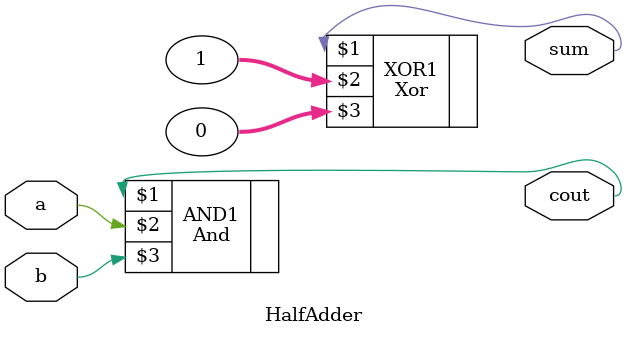
<source format=v>

module	WallaceTree16X16 ( 
							input	[15:0]	pp0, pp1, pp2, pp3, pp4, pp5, 
											pp6, pp7, pp8, pp9, pp10, pp11, 
											pp12, pp13, pp14, pp15, 
							output	[31:0]	opa, opb
	);

//============== First Stage ==================================================

wire	[15: 0]	Fir1_S, Fir1_C;
wire	[15: 0]	Fir2_S, Fir2_C;
wire	[15: 0]	Fir3_S, Fir3_C;
wire	[15: 0]	Fir4_S, Fir4_C;
wire	[15: 0]	Fir5_S, Fir5_C;

HalfAdder	fir1ha0( pp0[1], pp1[0], Fir1_S[0], Fir1_C[0] );
FullAdder	fir1fa1( pp0[2], pp1[1], pp2[0], Fir1_S[1], Fir1_C[1] );
FullAdder	fir1fa2( pp0[3], pp1[2], pp2[1], Fir1_S[2], Fir1_C[2] );
FullAdder	fir1fa3( pp0[4], pp1[3], pp2[2], Fir1_S[3], Fir1_C[3] );
FullAdder	fir1fa4( pp0[5], pp1[4], pp2[3], Fir1_S[4], Fir1_C[4] );
FullAdder	fir1fa5( pp0[6], pp1[5], pp2[4], Fir1_S[5], Fir1_C[5] );
FullAdder	fir1fa6( pp0[7], pp1[6], pp2[5], Fir1_S[6], Fir1_C[6] );
FullAdder	fir1fa7( pp0[8], pp1[7], pp2[6], Fir1_S[7], Fir1_C[7] );
FullAdder	fir1fa8( pp0[9], pp1[8], pp2[7], Fir1_S[8], Fir1_C[8] );
FullAdder	fir1fa9( pp0[10], pp1[9], pp2[8], Fir1_S[9], Fir1_C[9] );
FullAdder	fir1fa10( pp0[11], pp1[10], pp2[9], Fir1_S[10], Fir1_C[10] );
FullAdder	fir1fa11( pp0[12], pp1[11], pp2[10], Fir1_S[11], Fir1_C[11] );
FullAdder	fir1fa12( pp0[13], pp1[12], pp2[11], Fir1_S[12], Fir1_C[12] );
FullAdder	fir1fa13( pp0[14], pp1[13], pp2[12], Fir1_S[13], Fir1_C[13] );
FullAdder	fir1fa14( pp0[15], pp1[14], pp2[13], Fir1_S[14], Fir1_C[14] );
HalfAdder	fir1ha15( pp1[15], pp2[14], Fir1_S[15], Fir1_C[15] );

HalfAdder	fir2ha0( pp3[1], pp4[0], Fir2_S[0], Fir2_C[0] );
FullAdder	fir2fa1( pp3[2], pp4[1], pp5[0], Fir2_S[1], Fir2_C[1] );
FullAdder	fir2fa2( pp3[3], pp4[2], pp5[1], Fir2_S[2], Fir2_C[2] );
FullAdder	fir2fa3( pp3[4], pp4[3], pp5[2], Fir2_S[3], Fir2_C[3] );
FullAdder	fir2fa4( pp3[5], pp4[4], pp5[3], Fir2_S[4], Fir2_C[4] );
FullAdder	fir2fa5( pp3[6], pp4[5], pp5[4], Fir2_S[5], Fir2_C[5] );
FullAdder	fir2fa6( pp3[7], pp4[6], pp5[5], Fir2_S[6], Fir2_C[6] );
FullAdder	fir2fa7( pp3[8], pp4[7], pp5[6], Fir2_S[7], Fir2_C[7] );
FullAdder	fir2fa8( pp3[9], pp4[8], pp5[7], Fir2_S[8], Fir2_C[8] );
FullAdder	fir2fa9( pp3[10], pp4[9], pp5[8], Fir2_S[9], Fir2_C[9] );
FullAdder	fir2fa10( pp3[11], pp4[10], pp5[9], Fir2_S[10], Fir2_C[10] );
FullAdder	fir2fa11( pp3[12], pp4[11], pp5[10], Fir2_S[11], Fir2_C[11] );
FullAdder	fir2fa12( pp3[13], pp4[12], pp5[11], Fir2_S[12], Fir2_C[12] );
FullAdder	fir2fa13( pp3[14], pp4[13], pp5[12], Fir2_S[13], Fir2_C[13] );
FullAdder	fir2fa14( pp3[15], pp4[14], pp5[13], Fir2_S[14], Fir2_C[14] );
HalfAdder	fir2ha15( pp4[15], pp5[14], Fir2_S[15], Fir2_C[15] );

HalfAdder	fir3ha0( pp6[1], pp7[0], Fir3_S[0], Fir3_C[0] );
FullAdder	fir3fa1( pp6[2], pp7[1], pp8[0], Fir3_S[1], Fir3_C[1] );
FullAdder	fir3fa2( pp6[3], pp7[2], pp8[1], Fir3_S[2], Fir3_C[2] );
FullAdder	fir3fa3( pp6[4], pp7[3], pp8[2], Fir3_S[3], Fir3_C[3] );
FullAdder	fir3fa4( pp6[5], pp7[4], pp8[3], Fir3_S[4], Fir3_C[4] );
FullAdder	fir3fa5( pp6[6], pp7[5], pp8[4], Fir3_S[5], Fir3_C[5] );
FullAdder	fir3fa6( pp6[7], pp7[6], pp8[5], Fir3_S[6], Fir3_C[6] );
FullAdder	fir3fa7( pp6[8], pp7[7], pp8[6], Fir3_S[7], Fir3_C[7] );
FullAdder	fir3fa8( pp6[9], pp7[8], pp8[7], Fir3_S[8], Fir3_C[8] );
FullAdder	fir3fa9( pp6[10], pp7[9], pp8[8], Fir3_S[9], Fir3_C[9] );
FullAdder	fir3fa10( pp6[11], pp7[10], pp8[9], Fir3_S[10], Fir3_C[10] );
FullAdder	fir3fa11( pp6[12], pp7[11], pp8[10], Fir3_S[11], Fir3_C[11] );
FullAdder	fir3fa12( pp6[13], pp7[12], pp8[11], Fir3_S[12], Fir3_C[12] );
FullAdder	fir3fa13( pp6[14], pp7[13], pp8[12], Fir3_S[13], Fir3_C[13] );
FullAdder	fir3fa14( pp6[15], pp7[14], pp8[13], Fir3_S[14], Fir3_C[14] );
HalfAdder	fir3ha15( pp7[15], pp8[14], Fir3_S[15], Fir3_C[15] );

HalfAdder	fir4ha0( pp9[1], pp10[0], Fir4_S[0], Fir4_C[0] );
FullAdder	fir4fa1( pp9[2], pp10[1], pp11[0], Fir4_S[1], Fir4_C[1] );
FullAdder	fir4fa2( pp9[3], pp10[2], pp11[1], Fir4_S[2], Fir4_C[2] );
FullAdder	fir4fa3( pp9[4], pp10[3], pp11[2], Fir4_S[3], Fir4_C[3] );
FullAdder	fir4fa4( pp9[5], pp10[4], pp11[3], Fir4_S[4], Fir4_C[4] );
FullAdder	fir4fa5( pp9[6], pp10[5], pp11[4], Fir4_S[5], Fir4_C[5] );
FullAdder	fir4fa6( pp9[7], pp10[6], pp11[5], Fir4_S[6], Fir4_C[6] );
FullAdder	fir4fa7( pp9[8], pp10[7], pp11[6], Fir4_S[7], Fir4_C[7] );
FullAdder	fir4fa8( pp9[9], pp10[8], pp11[7], Fir4_S[8], Fir4_C[8] );
FullAdder	fir4fa9( pp9[10], pp10[9], pp11[8], Fir4_S[9], Fir4_C[9] );
FullAdder	fir4fa10( pp9[11], pp10[10], pp11[9], Fir4_S[10], Fir4_C[10] );
FullAdder	fir4fa11( pp9[12], pp10[11], pp11[10], Fir4_S[11], Fir4_C[11] );
FullAdder	fir4fa12( pp9[13], pp10[12], pp11[11], Fir4_S[12], Fir4_C[12] );
FullAdder	fir4fa13( pp9[14], pp10[13], pp11[12], Fir4_S[13], Fir4_C[13] );
FullAdder	fir4fa14( pp9[15], pp10[14], pp11[13], Fir4_S[14], Fir4_C[14] );
HalfAdder	fir4ha15( pp10[15], pp11[14], Fir4_S[15], Fir4_C[15] );

HalfAdder	fir5ha0( pp12[1], pp13[0], Fir5_S[0], Fir5_C[0] );
FullAdder	fir5fa1( pp12[2], pp13[1], pp14[0], Fir5_S[1], Fir5_C[1] );
FullAdder	fir5fa2( pp12[3], pp13[2], pp14[1], Fir5_S[2], Fir5_C[2] );
FullAdder	fir5fa3( pp12[4], pp13[3], pp14[2], Fir5_S[3], Fir5_C[3] );
FullAdder	fir5fa4( pp12[5], pp13[4], pp14[3], Fir5_S[4], Fir5_C[4] );
FullAdder	fir5fa5( pp12[6], pp13[5], pp14[4], Fir5_S[5], Fir5_C[5] );
FullAdder	fir5fa6( pp12[7], pp13[6], pp14[5], Fir5_S[6], Fir5_C[6] );
FullAdder	fir5fa7( pp12[8], pp13[7], pp14[6], Fir5_S[7], Fir5_C[7] );
FullAdder	fir5fa8( pp12[9], pp13[8], pp14[7], Fir5_S[8], Fir5_C[8] );
FullAdder	fir5fa9( pp12[10], pp13[9], pp14[8], Fir5_S[9], Fir5_C[9] );
FullAdder	fir5fa10( pp12[11], pp13[10], pp14[9], Fir5_S[10], Fir5_C[10] );
FullAdder	fir5fa11( pp12[12], pp13[11], pp14[10], Fir5_S[11], Fir5_C[11] );
FullAdder	fir5fa12( pp12[13], pp13[12], pp14[11], Fir5_S[12], Fir5_C[12] );
FullAdder	fir5fa13( pp12[14], pp13[13], pp14[12], Fir5_S[13], Fir5_C[13] );
FullAdder	fir5fa14( pp12[15], pp13[14], pp14[13], Fir5_S[14], Fir5_C[14] );
HalfAdder	fir5ha15( pp13[15], pp14[14], Fir5_S[15], Fir5_C[15] );

//============== Second Stage =================================================

wire	[15: 0]	Sec1_S, Sec1_C;
wire	[17: 0]	Sec2_S, Sec2_C;
wire	[15: 0]	Sec3_S, Sec3_C;

HalfAdder	sec1ha0( Fir1_S[1], Fir1_C[0], Sec1_S[0], Sec1_C[0] );
FullAdder	sec1fa1( Fir1_S[2], Fir1_C[1], pp3[0], Sec1_S[1], Sec1_C[1] );
FullAdder	sec1fa2( Fir1_S[3], Fir1_C[2], Fir2_S[0], Sec1_S[2], Sec1_C[2] );
FullAdder	sec1fa3( Fir1_S[4], Fir1_C[3], Fir2_S[1], Sec1_S[3], Sec1_C[3] );
FullAdder	sec1fa4( Fir1_S[5], Fir1_C[4], Fir2_S[2], Sec1_S[4], Sec1_C[4] );
FullAdder	sec1fa5( Fir1_S[6], Fir1_C[5], Fir2_S[3], Sec1_S[5], Sec1_C[5] );
FullAdder	sec1fa6( Fir1_S[7], Fir1_C[6], Fir2_S[4], Sec1_S[6], Sec1_C[6] );
FullAdder	sec1fa7( Fir1_S[8], Fir1_C[7], Fir2_S[5], Sec1_S[7], Sec1_C[7] );
FullAdder	sec1fa8( Fir1_S[9], Fir1_C[8], Fir2_S[6], Sec1_S[8], Sec1_C[8] );
FullAdder	sec1fa9( Fir1_S[10], Fir1_C[9], Fir2_S[7], Sec1_S[9], Sec1_C[9] );
FullAdder	sec1fa10( Fir1_S[11], Fir1_C[10], Fir2_S[8], Sec1_S[10], Sec1_C[10] );
FullAdder	sec1fa11( Fir1_S[12], Fir1_C[11], Fir2_S[9], Sec1_S[11], Sec1_C[11] );
FullAdder	sec1fa12( Fir1_S[13], Fir1_C[12], Fir2_S[10], Sec1_S[12], Sec1_C[12] );
FullAdder	sec1fa13( Fir1_S[14], Fir1_C[13], Fir2_S[11], Sec1_S[13], Sec1_C[13] );
FullAdder	sec1fa14( Fir1_S[15], Fir1_C[14], Fir2_S[12], Sec1_S[14], Sec1_C[14] );
FullAdder	sec1fa15( pp2[15], Fir1_C[15], Fir2_S[13], Sec1_S[15], Sec1_C[15] );

HalfAdder	sec2ha0( Fir2_C[1], pp6[0], Sec2_S[0], Sec2_C[0] );
HalfAdder	sec2ha1( Fir2_C[2], Fir3_S[0], Sec2_S[1], Sec2_C[1] );
FullAdder	sec2fa2( Fir2_C[3], Fir3_S[1], Fir3_C[0], Sec2_S[2], Sec2_C[2] );
FullAdder	sec2fa3( Fir2_C[4], Fir3_S[2], Fir3_C[1], Sec2_S[3], Sec2_C[3] );
FullAdder	sec2fa4( Fir2_C[5], Fir3_S[3], Fir3_C[2], Sec2_S[4], Sec2_C[4] );
FullAdder	sec2fa5( Fir2_C[6], Fir3_S[4], Fir3_C[3], Sec2_S[5], Sec2_C[5] );
FullAdder	sec2fa6( Fir2_C[7], Fir3_S[5], Fir3_C[4], Sec2_S[6], Sec2_C[6] );
FullAdder	sec2fa7( Fir2_C[8], Fir3_S[6], Fir3_C[5], Sec2_S[7], Sec2_C[7] );
FullAdder	sec2fa8( Fir2_C[9], Fir3_S[7], Fir3_C[6], Sec2_S[8], Sec2_C[8] );
FullAdder	sec2fa9( Fir2_C[10], Fir3_S[8], Fir3_C[7], Sec2_S[9], Sec2_C[9] );
FullAdder	sec2fa10( Fir2_C[11], Fir3_S[9], Fir3_C[8], Sec2_S[10], Sec2_C[10] );
FullAdder	sec2fa11( Fir2_C[12], Fir3_S[10], Fir3_C[9], Sec2_S[11], Sec2_C[11] );
FullAdder	sec2fa12( Fir2_C[13], Fir3_S[11], Fir3_C[10], Sec2_S[12], Sec2_C[12] );
FullAdder	sec2fa13( Fir2_C[14], Fir3_S[12], Fir3_C[11], Sec2_S[13], Sec2_C[13] );
FullAdder	sec2fa14( Fir2_C[15], Fir3_S[13], Fir3_C[12], Sec2_S[14], Sec2_C[14] );
HalfAdder	sec2ha15( Fir3_S[14], Fir3_C[13], Sec2_S[15], Sec2_C[15] );
HalfAdder	sec2ha16( Fir3_S[15], Fir3_C[14], Sec2_S[16], Sec2_C[16] );
HalfAdder	sec2ha17( pp8[15], Fir3_C[15], Sec2_S[17], Sec2_C[17] );

HalfAdder	sec3ha0( Fir4_S[1], Fir4_C[0], Sec3_S[0], Sec3_C[0] );
FullAdder	sec3fa1( Fir4_S[2], Fir4_C[1], pp12[0], Sec3_S[1], Sec3_C[1] );
FullAdder	sec3fa2( Fir4_S[3], Fir4_C[2], Fir5_S[0], Sec3_S[2], Sec3_C[2] );
FullAdder	sec3fa3( Fir4_S[4], Fir4_C[3], Fir5_S[1], Sec3_S[3], Sec3_C[3] );
FullAdder	sec3fa4( Fir4_S[5], Fir4_C[4], Fir5_S[2], Sec3_S[4], Sec3_C[4] );
FullAdder	sec3fa5( Fir4_S[6], Fir4_C[5], Fir5_S[3], Sec3_S[5], Sec3_C[5] );
FullAdder	sec3fa6( Fir4_S[7], Fir4_C[6], Fir5_S[4], Sec3_S[6], Sec3_C[6] );
FullAdder	sec3fa7( Fir4_S[8], Fir4_C[7], Fir5_S[5], Sec3_S[7], Sec3_C[7] );
FullAdder	sec3fa8( Fir4_S[9], Fir4_C[8], Fir5_S[6], Sec3_S[8], Sec3_C[8] );
FullAdder	sec3fa9( Fir4_S[10], Fir4_C[9], Fir5_S[7], Sec3_S[9], Sec3_C[9] );
FullAdder	sec3fa10( Fir4_S[11], Fir4_C[10], Fir5_S[8], Sec3_S[10], Sec3_C[10] );
FullAdder	sec3fa11( Fir4_S[12], Fir4_C[11], Fir5_S[9], Sec3_S[11], Sec3_C[11] );
FullAdder	sec3fa12( Fir4_S[13], Fir4_C[12], Fir5_S[10], Sec3_S[12], Sec3_C[12] );
FullAdder	sec3fa13( Fir4_S[14], Fir4_C[13], Fir5_S[11], Sec3_S[13], Sec3_C[13] );
FullAdder	sec3fa14( Fir4_S[15], Fir4_C[14], Fir5_S[12], Sec3_S[14], Sec3_C[14] );
FullAdder	sec3fa15( pp11[15], Fir4_C[15], Fir5_S[13], Sec3_S[15], Sec3_C[15] );

//============== Third Stage =================================================

wire	[17: 0]	Thi1_S, Thi1_C;
wire	[18: 0]	Thi2_S, Thi2_C;

HalfAdder	thi1ha0( Sec1_S[1], Sec1_C[0], Thi1_S[0], Thi1_C[0] );
HalfAdder	thi1ha1( Sec1_S[2], Sec1_C[1], Thi1_S[1], Thi1_C[1] );
FullAdder	thi1fa2( Sec1_S[3], Sec1_C[2], Fir2_C[0], Thi1_S[2], Thi1_C[2] );
FullAdder	thi1fa3( Sec1_S[4], Sec1_C[3], Sec2_S[0], Thi1_S[3], Thi1_C[3] );
FullAdder	thi1fa4( Sec1_S[5], Sec1_C[4], Sec2_S[1], Thi1_S[4], Thi1_C[4] );
FullAdder	thi1fa5( Sec1_S[6], Sec1_C[5], Sec2_S[2], Thi1_S[5], Thi1_C[5] );
FullAdder	thi1fa6( Sec1_S[7], Sec1_C[6], Sec2_S[3], Thi1_S[6], Thi1_C[6] );
FullAdder	thi1fa7( Sec1_S[8], Sec1_C[7], Sec2_S[4], Thi1_S[7], Thi1_C[7] );
FullAdder	thi1fa8( Sec1_S[9], Sec1_C[8], Sec2_S[5], Thi1_S[8], Thi1_C[8] );
FullAdder	thi1fa9( Sec1_S[10], Sec1_C[9], Sec2_S[6], Thi1_S[9], Thi1_C[9] );
FullAdder	thi1fa10( Sec1_S[11], Sec1_C[10], Sec2_S[7], Thi1_S[10], Thi1_C[10] );
FullAdder	thi1fa11( Sec1_S[12], Sec1_C[11], Sec2_S[8], Thi1_S[11], Thi1_C[11] );
FullAdder	thi1fa12( Sec1_S[13], Sec1_C[12], Sec2_S[9], Thi1_S[12], Thi1_C[12] );
FullAdder	thi1fa13( Sec1_S[14], Sec1_C[13], Sec2_S[10], Thi1_S[13], Thi1_C[13] );
FullAdder	thi1fa14( Sec1_S[15], Sec1_C[14], Sec2_S[11], Thi1_S[14], Thi1_C[14] );
FullAdder	thi1fa15( Fir2_S[14], Sec1_C[15], Sec2_S[12], Thi1_S[15], Thi1_C[15] );
HalfAdder	thi1ha16( Fir2_S[15], Sec2_S[13], Thi1_S[16], Thi1_C[16] );
HalfAdder	thi1ha17( pp5[15], Sec2_S[14], Thi1_S[17], Thi1_C[17] );

HalfAdder	thi2ha0( Sec2_C[2], pp9[0], Thi2_S[0], Thi2_C[0] );
HalfAdder	thi2ha1( Sec2_C[3], Fir4_S[0], Thi2_S[1], Thi2_C[1] );
HalfAdder	thi2ha2( Sec2_C[4], Sec3_S[0], Thi2_S[2], Thi2_C[2] );
FullAdder	thi2fa3( Sec2_C[5], Sec3_S[1], Sec3_C[0], Thi2_S[3], Thi2_C[3] );
FullAdder	thi2fa4( Sec2_C[6], Sec3_S[2], Sec3_C[1], Thi2_S[4], Thi2_C[4] );
FullAdder	thi2fa5( Sec2_C[7], Sec3_S[3], Sec3_C[2], Thi2_S[5], Thi2_C[5] );
FullAdder	thi2fa6( Sec2_C[8], Sec3_S[4], Sec3_C[3], Thi2_S[6], Thi2_C[6] );
FullAdder	thi2fa7( Sec2_C[9], Sec3_S[5], Sec3_C[4], Thi2_S[7], Thi2_C[7] );
FullAdder	thi2fa8( Sec2_C[10], Sec3_S[6], Sec3_C[5], Thi2_S[8], Thi2_C[8] );
FullAdder	thi2fa9( Sec2_C[11], Sec3_S[7], Sec3_C[6], Thi2_S[9], Thi2_C[9] );
FullAdder	thi2fa10( Sec2_C[12], Sec3_S[8], Sec3_C[7], Thi2_S[10], Thi2_C[10] );
FullAdder	thi2fa11( Sec2_C[13], Sec3_S[9], Sec3_C[8], Thi2_S[11], Thi2_C[11] );
FullAdder	thi2fa12( Sec2_C[14], Sec3_S[10], Sec3_C[9], Thi2_S[12], Thi2_C[12] );
FullAdder	thi2fa13( Sec2_C[15], Sec3_S[11], Sec3_C[10], Thi2_S[13], Thi2_C[13] );
FullAdder	thi2fa14( Sec2_C[16], Sec3_S[12], Sec3_C[11], Thi2_S[14], Thi2_C[14] );
FullAdder	thi2fa15( Sec2_C[17], Sec3_S[13], Sec3_C[12], Thi2_S[15], Thi2_C[15] );
HalfAdder	thi2ha16( Sec3_S[14], Sec3_C[13], Thi2_S[16], Thi2_C[16] );
HalfAdder	thi2ha17( Sec3_S[15], Sec3_C[14], Thi2_S[17], Thi2_C[17] );
HalfAdder	thi2ha18( Fir5_S[14], Sec3_C[15], Thi2_S[18], Thi2_C[18] );

//============== Fourth Stage =================================================

wire	[19: 0]	Fou1_S, Fou1_C;
wire	[15: 0]	Fou2_S, Fou2_C;

HalfAdder	fou1ha0( Thi1_S[1], Thi1_C[0], Fou1_S[0], Fou1_C[0] );
HalfAdder	fou1ha1( Thi1_S[2], Thi1_C[1], Fou1_S[1], Fou1_C[1] );
HalfAdder	fou1ha2( Thi1_S[3], Thi1_C[2], Fou1_S[2], Fou1_C[2] );
FullAdder	fou1fa3( Thi1_S[4], Thi1_C[3], Sec2_C[0], Fou1_S[3], Fou1_C[3] );
FullAdder	fou1fa4( Thi1_S[5], Thi1_C[4], Sec2_C[1], Fou1_S[4], Fou1_C[4] );
FullAdder	fou1fa5( Thi1_S[6], Thi1_C[5], Thi2_S[0], Fou1_S[5], Fou1_C[5] );
FullAdder	fou1fa6( Thi1_S[7], Thi1_C[6], Thi2_S[1], Fou1_S[6], Fou1_C[6] );
FullAdder	fou1fa7( Thi1_S[8], Thi1_C[7], Thi2_S[2], Fou1_S[7], Fou1_C[7] );
FullAdder	fou1fa8( Thi1_S[9], Thi1_C[8], Thi2_S[3], Fou1_S[8], Fou1_C[8] );
FullAdder	fou1fa9( Thi1_S[10], Thi1_C[9], Thi2_S[4], Fou1_S[9], Fou1_C[9] );
FullAdder	fou1fa10( Thi1_S[11], Thi1_C[10], Thi2_S[5], Fou1_S[10], Fou1_C[10] );
FullAdder	fou1fa11( Thi1_S[12], Thi1_C[11], Thi2_S[6], Fou1_S[11], Fou1_C[11] );
FullAdder	fou1fa12( Thi1_S[13], Thi1_C[12], Thi2_S[7], Fou1_S[12], Fou1_C[12] );
FullAdder	fou1fa13( Thi1_S[14], Thi1_C[13], Thi2_S[8], Fou1_S[13], Fou1_C[13] );
FullAdder	fou1fa14( Thi1_S[15], Thi1_C[14], Thi2_S[9], Fou1_S[14], Fou1_C[14] );
FullAdder	fou1fa15( Thi1_S[16], Thi1_C[15], Thi2_S[10], Fou1_S[15], Fou1_C[15] );
FullAdder	fou1fa16( Thi1_S[17], Thi1_C[16], Thi2_S[11], Fou1_S[16], Fou1_C[16] );
FullAdder	fou1fa17( Sec2_S[15], Thi1_C[17], Thi2_S[12], Fou1_S[17], Fou1_C[17] );
HalfAdder	fou1ha18( Sec2_S[16], Thi2_S[13], Fou1_S[18], Fou1_C[18] );
HalfAdder	fou1ha19( Sec2_S[17], Thi2_S[14], Fou1_S[19], Fou1_C[19] );

HalfAdder	fou2ha0( Thi2_C[4], Fir5_C[0], Fou2_S[0], Fou2_C[0] );
FullAdder	fou2fa1( Thi2_C[5], Fir5_C[1], pp15[0], Fou2_S[1], Fou2_C[1] );
FullAdder	fou2fa2( Thi2_C[6], Fir5_C[2], pp15[1], Fou2_S[2], Fou2_C[2] );
FullAdder	fou2fa3( Thi2_C[7], Fir5_C[3], pp15[2], Fou2_S[3], Fou2_C[3] );
FullAdder	fou2fa4( Thi2_C[8], Fir5_C[4], pp15[3], Fou2_S[4], Fou2_C[4] );
FullAdder	fou2fa5( Thi2_C[9], Fir5_C[5], pp15[4], Fou2_S[5], Fou2_C[5] );
FullAdder	fou2fa6( Thi2_C[10], Fir5_C[6], pp15[5], Fou2_S[6], Fou2_C[6] );
FullAdder	fou2fa7( Thi2_C[11], Fir5_C[7], pp15[6], Fou2_S[7], Fou2_C[7] );
FullAdder	fou2fa8( Thi2_C[12], Fir5_C[8], pp15[7], Fou2_S[8], Fou2_C[8] );
FullAdder	fou2fa9( Thi2_C[13], Fir5_C[9], pp15[8], Fou2_S[9], Fou2_C[9] );
FullAdder	fou2fa10( Thi2_C[14], Fir5_C[10], pp15[9], Fou2_S[10], Fou2_C[10] );
FullAdder	fou2fa11( Thi2_C[15], Fir5_C[11], pp15[10], Fou2_S[11], Fou2_C[11] );
FullAdder	fou2fa12( Thi2_C[16], Fir5_C[12], pp15[11], Fou2_S[12], Fou2_C[12] );
FullAdder	fou2fa13( Thi2_C[17], Fir5_C[13], pp15[12], Fou2_S[13], Fou2_C[13] );
FullAdder	fou2fa14( Thi2_C[18], Fir5_C[14], pp15[13], Fou2_S[14], Fou2_C[14] );
FullAdder	fou2fa15( pp14[15], Fir5_C[15], pp15[14], Fou2_S[15], Fou2_C[15] );

//============== Fifth Stage =================================================

wire	[23: 0]	Fif_S, Fif_C;

HalfAdder	fifha0( Fou1_S[1], Fou1_C[0], Fif_S[0], Fif_C[0] );
HalfAdder	fifha1( Fou1_S[2], Fou1_C[1], Fif_S[1], Fif_C[1] );
HalfAdder	fifha2( Fou1_S[3], Fou1_C[2], Fif_S[2], Fif_C[2] );
HalfAdder	fifha3( Fou1_S[4], Fou1_C[3], Fif_S[3], Fif_C[3] );
HalfAdder	fifha4( Fou1_S[5], Fou1_C[4], Fif_S[4], Fif_C[4] );
FullAdder	fiffa5( Fou1_S[6], Fou1_C[5], Thi2_C[0], Fif_S[5], Fif_C[5] );
FullAdder	fiffa6( Fou1_S[7], Fou1_C[6], Thi2_C[1], Fif_S[6], Fif_C[6] );
FullAdder	fiffa7( Fou1_S[8], Fou1_C[7], Thi2_C[2], Fif_S[7], Fif_C[7] );
FullAdder	fiffa8( Fou1_S[9], Fou1_C[8], Thi2_C[3], Fif_S[8], Fif_C[8] );
FullAdder	fiffa9( Fou1_S[10], Fou1_C[9], Fou2_S[0], Fif_S[9], Fif_C[9] );
FullAdder	fiffa10( Fou1_S[11], Fou1_C[10], Fou2_S[1], Fif_S[10], Fif_C[10] );
FullAdder	fiffa11( Fou1_S[12], Fou1_C[11], Fou2_S[2], Fif_S[11], Fif_C[11] );
FullAdder	fiffa12( Fou1_S[13], Fou1_C[12], Fou2_S[3], Fif_S[12], Fif_C[12] );
FullAdder	fiffa13( Fou1_S[14], Fou1_C[13], Fou2_S[4], Fif_S[13], Fif_C[13] );
FullAdder	fiffa14( Fou1_S[15], Fou1_C[14], Fou2_S[5], Fif_S[14], Fif_C[14] );
FullAdder	fiffa15( Fou1_S[16], Fou1_C[15], Fou2_S[6], Fif_S[15], Fif_C[15] );
FullAdder	fiffa16( Fou1_S[17], Fou1_C[16], Fou2_S[7], Fif_S[16], Fif_C[16] );
FullAdder	fiffa17( Fou1_S[18], Fou1_C[17], Fou2_S[8], Fif_S[17], Fif_C[17] );
FullAdder	fiffa18( Fou1_S[19], Fou1_C[18], Fou2_S[9], Fif_S[18], Fif_C[18] );
FullAdder	fiffa19( Thi2_S[15], Fou1_C[19], Fou2_S[10], Fif_S[19], Fif_C[19] );
HalfAdder	fifha20( Thi2_S[16], Fou2_S[11], Fif_S[20], Fif_C[20] );
HalfAdder	fifha21( Thi2_S[17], Fou2_S[12], Fif_S[21], Fif_C[21] );
HalfAdder	fifha22( Thi2_S[18], Fou2_S[13], Fif_S[22], Fif_C[22] );
HalfAdder	fifha23( Fir5_S[15], Fou2_S[14], Fif_S[23], Fif_C[23] );

//============== Sixth Stage =================================================

wire	[24: 0]	Six_S, Six_C;

HalfAdder	sixha0( Fif_S[1], Fif_C[0], Six_S[0], Six_C[0] );
HalfAdder	sixha1( Fif_S[2], Fif_C[1], Six_S[1], Six_C[1] );
HalfAdder	sixha2( Fif_S[3], Fif_C[2], Six_S[2], Six_C[2] );
HalfAdder	sixha3( Fif_S[4], Fif_C[3], Six_S[3], Six_C[3] );
HalfAdder	sixha4( Fif_S[5], Fif_C[4], Six_S[4], Six_C[4] );
HalfAdder	sixha5( Fif_S[6], Fif_C[5], Six_S[5], Six_C[5] );
HalfAdder	sixha6( Fif_S[7], Fif_C[6], Six_S[6], Six_C[6] );
HalfAdder	sixha7( Fif_S[8], Fif_C[7], Six_S[7], Six_C[7] );
HalfAdder	sixha8( Fif_S[9], Fif_C[8], Six_S[8], Six_C[8] );
FullAdder	sixfa9( Fif_S[10], Fif_C[9], Fou2_C[0], Six_S[9], Six_C[9] );
FullAdder	sixfa10( Fif_S[11], Fif_C[10], Fou2_C[1], Six_S[10], Six_C[10] );
FullAdder	sixfa11( Fif_S[12], Fif_C[11], Fou2_C[2], Six_S[11], Six_C[11] );
FullAdder	sixfa12( Fif_S[13], Fif_C[12], Fou2_C[3], Six_S[12], Six_C[12] );
FullAdder	sixfa13( Fif_S[14], Fif_C[13], Fou2_C[4], Six_S[13], Six_C[13] );
FullAdder	sixfa14( Fif_S[15], Fif_C[14], Fou2_C[5], Six_S[14], Six_C[14] );
FullAdder	sixfa15( Fif_S[16], Fif_C[15], Fou2_C[6], Six_S[15], Six_C[15] );
FullAdder	sixfa16( Fif_S[17], Fif_C[16], Fou2_C[7], Six_S[16], Six_C[16] );
FullAdder	sixfa17( Fif_S[18], Fif_C[17], Fou2_C[8], Six_S[17], Six_C[17] );
FullAdder	sixfa18( Fif_S[19], Fif_C[18], Fou2_C[9], Six_S[18], Six_C[18] );
FullAdder	sixfa19( Fif_S[20], Fif_C[19], Fou2_C[10], Six_S[19], Six_C[19] );
FullAdder	sixfa20( Fif_S[21], Fif_C[20], Fou2_C[11], Six_S[20], Six_C[20] );
FullAdder	sixfa21( Fif_S[22], Fif_C[21], Fou2_C[12], Six_S[21], Six_C[21] );
FullAdder	sixfa22( Fif_S[23], Fif_C[22], Fou2_C[13], Six_S[22], Six_C[22] );
FullAdder	sixfa23( Fou2_S[15], Fif_C[23], Fou2_C[14], Six_S[23], Six_C[23] );
HalfAdder	sixha24( pp15[15], Fou2_C[15], Six_S[24], Six_C[24] );

//============== Result Assignment ============================================

assign	opa = { 1'b0, Six_S[24: 0], Fif_S[0], Fou1_S[0], Thi1_S[0],
					Sec1_S[0], Fir1_S[0], pp0[0] };
assign	opb = { Six_C[24: 0], 7'b0 };


endmodule

///////////////////////////////////////////////////////////////////////////////
//
//	Module Name:	Full-Adder
//
//	Date:	2012/12/15
//
//	AuthOr:	Joe Wu
//
//	Description:	3-input & 2-output Adder
//
///////////////////////////////////////////////////////////////////////////////

module 	FullAdder(a, b, cin, sum, cout);

input 	a, b, cin;
output 	sum, cout;

wire w1, w2, w3, w4, w5;

Xor XOR1(w1, a, b);
/* Xor XOR2(sum, w1, cin); */
Xor XOR2(sum, 1, 0);

And AND1(w2, a, b);
And AND2(w3, a, cin);
And AND3(w4, b, cin);
Or OR1(w5, w2, w3);
Or OR2(cout, w5, w4);


/* assign	sum = a ^ b ^ cin; */
/* assign 	cout = (a & b) | (a & cin) | (b & cin); */

endmodule

///////////////////////////////////////////////////////////////////////////////
//
//	Module Name:	Half-Adder
//
//	Date:	2012/12/15
//
//	AuthOr:	Joe Wu
//
//	Description:	2-input & 2-output Adder
//
///////////////////////////////////////////////////////////////////////////////

module HalfAdder(a, b, sum, cout);

input a, b;
output sum, cout;

/* Xor XOR1(sum, a, b); */
Xor XOR1(sum, 1, 0);
And AND1(cout, a, b);

/* assign	sum = a ^ b; */
/* assign	cout = a & b; */

endmodule

/* module And(a, b, c); */

/* input b, c; */
/* output a; */

/* assign a = b & c; */

/* endmodule */

/* module Xor(a, b, c); */

/* input b, c; */
/* output a; */

/* assign a = b ^ c; */

/* endmodule */

/* module Or(a, b, c); */

/* input b, c; */
/* output a; */

/* assign a = b | c; */

/* endmodule */




























</source>
